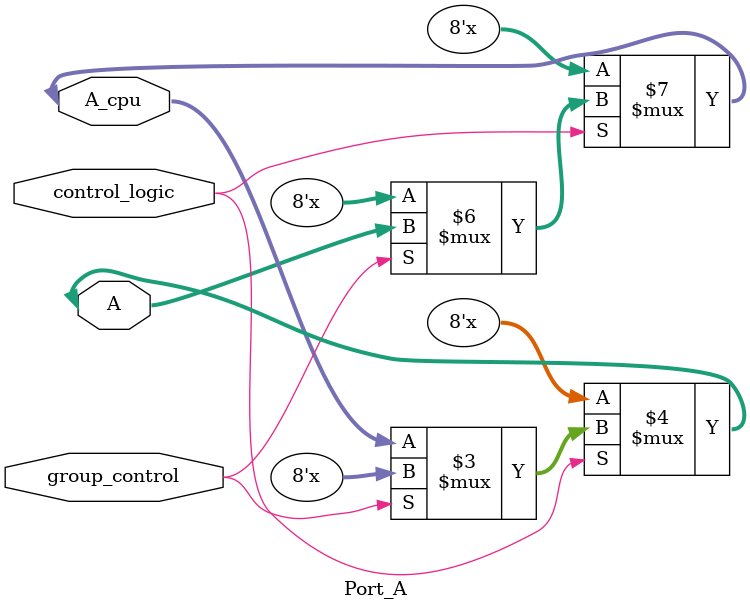
<source format=v>
`timescale 1ns / 1ps
module Port_A(
inout  [7:0] A,
inout  [7:0] A_cpu,
input group_control,// control on or out
input control_logic // to activate the port
    );
	 
	 /*
	 A is the wire connected to IO device 
	 A_CPU is the wire connected to the internal bus 
	 group_control is responable for making port input "1" or output "if 0"
	 control logic is responsable for enable the port " if 1" or not "if 0" 
	 
	 */
assign A = (!control_logic)? 8'bzzzz_zzzz : (!group_control)? A_cpu: 8'bzzzz_zzzz; // if group_control = 0 A is output
assign A_cpu = (!control_logic)? 8'bzzzz_zzzz: (group_control)? A: 8'bzzzz_zzzz; // if control_group = 0 "reset" then A is input . if group_control = 1 A input  

endmodule

/*

module test_port();


wire [7:0] A,A_cpu;
reg group_control,control_logic;


 
 assign A=(group_control)? 8'd20:8'bzzzz_zzzz;
 assign A_cpu=(group_control)?8'bzzzz_zzzz:(!control_logic)? A : 8'd30;
 
 initial
 begin
 control_logic <=1'b1;
 group_control=1'b1;
 #10      //A= 20 //A_cpu =20
 
 group_control=1'b0;
 #10 //both 30


control_logic <=1'b0;
 group_control=1'b1;
 #10
 
 group_control=1'b0; 
 
 
 end
	 
 Port_A  Port1(A,A_cpu,group_control,control_logic);

 	 


endmodule*/
</source>
